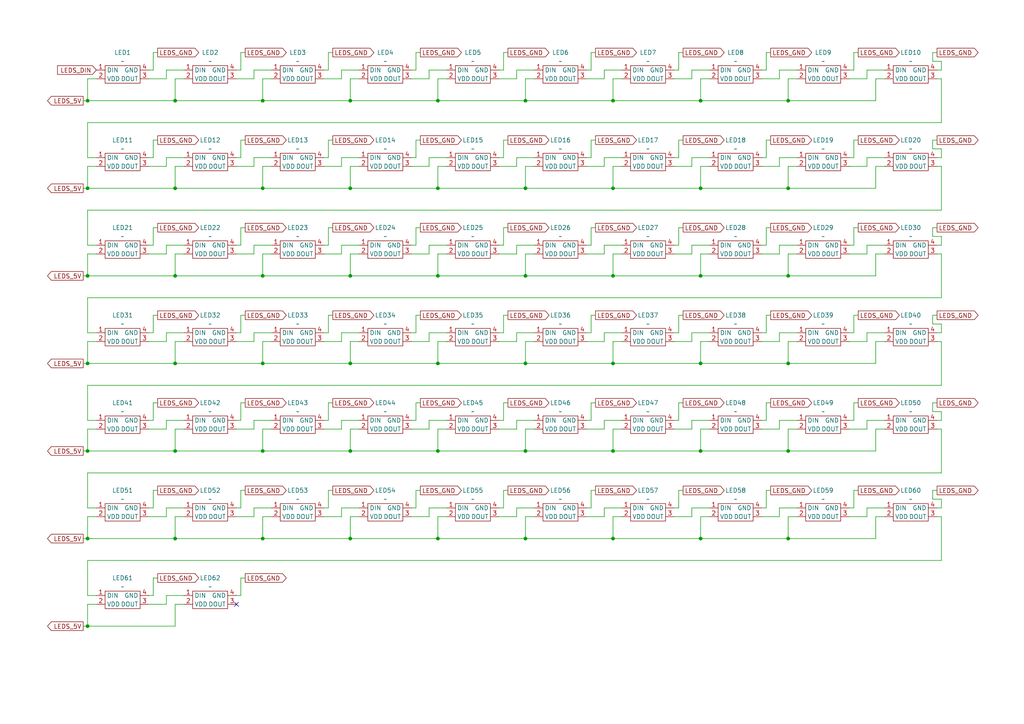
<source format=kicad_sch>
(kicad_sch (version 20231120) (generator "eeschema") (generator_version "8.0")
  (paper "A4")
  (junction (at 152.4 105.41))
  (junction (at 152.4 156.21))
  (junction (at 127 156.21))
  (junction (at 76.2 130.81))
  (junction (at 76.2 105.41))
  (junction (at 76.2 54.61))
  (junction (at 50.8 156.21))
  (junction (at 177.8 105.41))
  (junction (at 101.6 29.21))
  (junction (at 25.4 29.21))
  (junction (at 50.8 80.01))
  (junction (at 127 54.61))
  (junction (at 25.4 130.81))
  (junction (at 25.4 105.41))
  (junction (at 127 130.81))
  (junction (at 76.2 29.21))
  (junction (at 228.6 105.41))
  (junction (at 152.4 54.61))
  (junction (at 203.2 156.21))
  (junction (at 177.8 29.21))
  (junction (at 203.2 80.01))
  (junction (at 177.8 54.61))
  (junction (at 228.6 130.81))
  (junction (at 203.2 29.21))
  (junction (at 203.2 105.41))
  (junction (at 177.8 130.81))
  (junction (at 127 80.01))
  (junction (at 101.6 130.81))
  (junction (at 177.8 80.01))
  (junction (at 127 105.41))
  (junction (at 101.6 156.21))
  (junction (at 101.6 54.61))
  (junction (at 50.8 130.81))
  (junction (at 152.4 80.01))
  (junction (at 152.4 130.81))
  (junction (at 203.2 130.81))
  (junction (at 76.2 80.01))
  (junction (at 228.6 29.21))
  (junction (at 76.2 156.21))
  (junction (at 127 29.21))
  (junction (at 25.4 54.61))
  (junction (at 228.6 156.21))
  (junction (at 25.4 181.61))
  (junction (at 25.4 156.21))
  (junction (at 50.8 105.41))
  (junction (at 50.8 29.21))
  (junction (at 152.4 29.21))
  (junction (at 228.6 80.01))
  (junction (at 203.2 54.61))
  (junction (at 101.6 80.01))
  (junction (at 25.4 80.01))
  (junction (at 177.8 156.21))
  (junction (at 101.6 105.41))
  (junction (at 50.8 54.61))
  (junction (at 228.6 54.61))
  (no_connect (at 68.58 175.26))
  (wire (pts (xy 203.2 22.86) (xy 205.74 22.86)))
  (wire (pts (xy 149.86 20.32) (xy 154.94 20.32)))
  (wire (pts (xy 146.05 40.64) (xy 146.05 45.72)))
  (wire (pts (xy 251.46 147.32) (xy 256.54 147.32)))
  (wire (pts (xy 45.72 142.24) (xy 44.45 142.24)))
  (wire (pts (xy 170.18 149.86) (xy 175.26 149.86)))
  (wire (pts (xy 177.8 54.61) (xy 203.2 54.61)))
  (wire (pts (xy 149.86 73.66) (xy 149.86 71.12)))
  (wire (pts (xy 228.6 48.26) (xy 228.6 54.61)))
  (wire (pts (xy 220.98 48.26) (xy 226.06 48.26)))
  (wire (pts (xy 196.85 71.12) (xy 195.58 71.12)))
  (wire (pts (xy 226.06 22.86) (xy 226.06 20.32)))
  (wire (pts (xy 25.4 86.36) (xy 273.05 86.36)))
  (wire (pts (xy 203.2 29.21) (xy 203.2 22.86)))
  (wire (pts (xy 101.6 80.01) (xy 101.6 73.66)))
  (wire (pts (xy 223.52 91.44) (xy 222.25 91.44)))
  (wire (pts (xy 127 99.06) (xy 129.54 99.06)))
  (wire (pts (xy 203.2 105.41) (xy 203.2 99.06)))
  (wire (pts (xy 27.94 147.32) (xy 25.4 147.32)))
  (wire (pts (xy 124.46 124.46) (xy 124.46 121.92)))
  (wire (pts (xy 146.05 142.24) (xy 146.05 147.32)))
  (wire (pts (xy 270.51 68.58) (xy 273.05 68.58)))
  (wire (pts (xy 198.12 15.24) (xy 196.85 15.24)))
  (wire (pts (xy 223.52 66.04) (xy 222.25 66.04)))
  (wire (pts (xy 175.26 149.86) (xy 175.26 147.32)))
  (wire (pts (xy 246.38 99.06) (xy 251.46 99.06)))
  (wire (pts (xy 146.05 20.32) (xy 144.78 20.32)))
  (wire (pts (xy 273.05 43.18) (xy 273.05 45.72)))
  (wire (pts (xy 196.85 45.72) (xy 195.58 45.72)))
  (wire (pts (xy 73.66 73.66) (xy 73.66 71.12)))
  (wire (pts (xy 69.85 45.72) (xy 68.58 45.72)))
  (wire (pts (xy 203.2 156.21) (xy 228.6 156.21)))
  (wire (pts (xy 144.78 149.86) (xy 149.86 149.86)))
  (wire (pts (xy 146.05 15.24) (xy 146.05 20.32)))
  (wire (pts (xy 25.4 35.56) (xy 273.05 35.56)))
  (wire (pts (xy 48.26 45.72) (xy 53.34 45.72)))
  (wire (pts (xy 127 54.61) (xy 127 48.26)))
  (wire (pts (xy 196.85 116.84) (xy 196.85 121.92)))
  (wire (pts (xy 196.85 91.44) (xy 196.85 96.52)))
  (wire (pts (xy 171.45 71.12) (xy 170.18 71.12)))
  (wire (pts (xy 251.46 73.66) (xy 251.46 71.12)))
  (wire (pts (xy 45.72 116.84) (xy 44.45 116.84)))
  (wire (pts (xy 76.2 149.86) (xy 78.74 149.86)))
  (wire (pts (xy 76.2 130.81) (xy 101.6 130.81)))
  (wire (pts (xy 247.65 121.92) (xy 246.38 121.92)))
  (wire (pts (xy 196.85 40.64) (xy 196.85 45.72)))
  (wire (pts (xy 273.05 111.76) (xy 273.05 99.06)))
  (wire (pts (xy 171.45 40.64) (xy 171.45 45.72)))
  (wire (pts (xy 99.06 99.06) (xy 99.06 96.52)))
  (wire (pts (xy 270.51 119.38) (xy 273.05 119.38)))
  (wire (pts (xy 203.2 156.21) (xy 203.2 149.86)))
  (wire (pts (xy 175.26 22.86) (xy 175.26 20.32)))
  (wire (pts (xy 195.58 124.46) (xy 200.66 124.46)))
  (wire (pts (xy 152.4 149.86) (xy 154.94 149.86)))
  (wire (pts (xy 50.8 130.81) (xy 50.8 124.46)))
  (wire (pts (xy 127 29.21) (xy 152.4 29.21)))
  (wire (pts (xy 50.8 156.21) (xy 76.2 156.21)))
  (wire (pts (xy 95.25 15.24) (xy 95.25 20.32)))
  (wire (pts (xy 147.32 66.04) (xy 146.05 66.04)))
  (wire (pts (xy 226.06 147.32) (xy 231.14 147.32)))
  (wire (pts (xy 124.46 73.66) (xy 124.46 71.12)))
  (wire (pts (xy 27.94 172.72) (xy 25.4 172.72)))
  (wire (pts (xy 99.06 149.86) (xy 99.06 147.32)))
  (wire (pts (xy 152.4 124.46) (xy 154.94 124.46)))
  (wire (pts (xy 73.66 48.26) (xy 73.66 45.72)))
  (wire (pts (xy 73.66 96.52) (xy 78.74 96.52)))
  (wire (pts (xy 76.2 130.81) (xy 76.2 124.46)))
  (wire (pts (xy 254 22.86) (xy 254 29.21)))
  (wire (pts (xy 228.6 73.66) (xy 228.6 80.01)))
  (wire (pts (xy 228.6 124.46) (xy 231.14 124.46)))
  (wire (pts (xy 25.4 54.61) (xy 25.4 48.26)))
  (wire (pts (xy 69.85 121.92) (xy 68.58 121.92)))
  (wire (pts (xy 273.05 73.66) (xy 271.78 73.66)))
  (wire (pts (xy 101.6 29.21) (xy 127 29.21)))
  (wire (pts (xy 48.26 149.86) (xy 48.26 147.32)))
  (wire (pts (xy 146.05 45.72) (xy 144.78 45.72)))
  (wire (pts (xy 171.45 20.32) (xy 170.18 20.32)))
  (wire (pts (xy 226.06 124.46) (xy 226.06 121.92)))
  (wire (pts (xy 226.06 71.12) (xy 231.14 71.12)))
  (wire (pts (xy 147.32 40.64) (xy 146.05 40.64)))
  (wire (pts (xy 25.4 86.36) (xy 25.4 96.52)))
  (wire (pts (xy 222.25 116.84) (xy 222.25 121.92)))
  (wire (pts (xy 247.65 71.12) (xy 246.38 71.12)))
  (wire (pts (xy 25.4 29.21) (xy 25.4 22.86)))
  (wire (pts (xy 96.52 15.24) (xy 95.25 15.24)))
  (wire (pts (xy 270.51 116.84) (xy 270.51 119.38)))
  (wire (pts (xy 76.2 124.46) (xy 78.74 124.46)))
  (wire (pts (xy 247.65 45.72) (xy 246.38 45.72)))
  (wire (pts (xy 198.12 116.84) (xy 196.85 116.84)))
  (wire (pts (xy 247.65 142.24) (xy 247.65 147.32)))
  (wire (pts (xy 270.51 91.44) (xy 270.51 93.98)))
  (wire (pts (xy 248.92 15.24) (xy 247.65 15.24)))
  (wire (pts (xy 226.06 149.86) (xy 226.06 147.32)))
  (wire (pts (xy 222.25 91.44) (xy 222.25 96.52)))
  (wire (pts (xy 152.4 29.21) (xy 177.8 29.21)))
  (wire (pts (xy 121.92 91.44) (xy 120.65 91.44)))
  (wire (pts (xy 120.65 71.12) (xy 119.38 71.12)))
  (wire (pts (xy 43.18 149.86) (xy 48.26 149.86)))
  (wire (pts (xy 127 124.46) (xy 129.54 124.46)))
  (wire (pts (xy 73.66 121.92) (xy 78.74 121.92)))
  (wire (pts (xy 175.26 73.66) (xy 175.26 71.12)))
  (wire (pts (xy 73.66 22.86) (xy 73.66 20.32)))
  (wire (pts (xy 71.12 116.84) (xy 69.85 116.84)))
  (wire (pts (xy 24.13 54.61) (xy 25.4 54.61)))
  (wire (pts (xy 177.8 29.21) (xy 203.2 29.21)))
  (wire (pts (xy 251.46 22.86) (xy 251.46 20.32)))
  (wire (pts (xy 24.13 105.41) (xy 25.4 105.41)))
  (wire (pts (xy 273.05 121.92) (xy 271.78 121.92)))
  (wire (pts (xy 196.85 20.32) (xy 195.58 20.32)))
  (wire (pts (xy 177.8 130.81) (xy 203.2 130.81)))
  (wire (pts (xy 68.58 124.46) (xy 73.66 124.46)))
  (wire (pts (xy 48.26 175.26) (xy 48.26 172.72)))
  (wire (pts (xy 119.38 73.66) (xy 124.46 73.66)))
  (wire (pts (xy 198.12 40.64) (xy 196.85 40.64)))
  (wire (pts (xy 101.6 105.41) (xy 101.6 99.06)))
  (wire (pts (xy 251.46 71.12) (xy 256.54 71.12)))
  (wire (pts (xy 76.2 29.21) (xy 76.2 22.86)))
  (wire (pts (xy 120.65 15.24) (xy 120.65 20.32)))
  (wire (pts (xy 251.46 99.06) (xy 251.46 96.52)))
  (wire (pts (xy 273.05 149.86) (xy 271.78 149.86)))
  (wire (pts (xy 248.92 66.04) (xy 247.65 66.04)))
  (wire (pts (xy 152.4 22.86) (xy 154.94 22.86)))
  (wire (pts (xy 177.8 156.21) (xy 203.2 156.21)))
  (wire (pts (xy 48.26 96.52) (xy 53.34 96.52)))
  (wire (pts (xy 127 80.01) (xy 127 73.66)))
  (wire (pts (xy 200.66 147.32) (xy 205.74 147.32)))
  (wire (pts (xy 73.66 71.12) (xy 78.74 71.12)))
  (wire (pts (xy 198.12 142.24) (xy 196.85 142.24)))
  (wire (pts (xy 93.98 149.86) (xy 99.06 149.86)))
  (wire (pts (xy 228.6 22.86) (xy 228.6 29.21)))
  (wire (pts (xy 273.05 22.86) (xy 271.78 22.86)))
  (wire (pts (xy 200.66 22.86) (xy 200.66 20.32)))
  (wire (pts (xy 127 29.21) (xy 127 22.86)))
  (wire (pts (xy 200.66 99.06) (xy 200.66 96.52)))
  (wire (pts (xy 25.4 137.16) (xy 273.05 137.16)))
  (wire (pts (xy 96.52 91.44) (xy 95.25 91.44)))
  (wire (pts (xy 44.45 91.44) (xy 44.45 96.52)))
  (wire (pts (xy 69.85 71.12) (xy 68.58 71.12)))
  (wire (pts (xy 270.51 93.98) (xy 273.05 93.98)))
  (wire (pts (xy 152.4 54.61) (xy 177.8 54.61)))
  (wire (pts (xy 121.92 66.04) (xy 120.65 66.04)))
  (wire (pts (xy 273.05 45.72) (xy 271.78 45.72)))
  (wire (pts (xy 69.85 172.72) (xy 68.58 172.72)))
  (wire (pts (xy 146.05 96.52) (xy 144.78 96.52)))
  (wire (pts (xy 248.92 40.64) (xy 247.65 40.64)))
  (wire (pts (xy 149.86 71.12) (xy 154.94 71.12)))
  (wire (pts (xy 50.8 48.26) (xy 53.34 48.26)))
  (wire (pts (xy 270.51 66.04) (xy 271.78 66.04)))
  (wire (pts (xy 222.25 40.64) (xy 222.25 45.72)))
  (wire (pts (xy 76.2 29.21) (xy 101.6 29.21)))
  (wire (pts (xy 95.25 91.44) (xy 95.25 96.52)))
  (wire (pts (xy 152.4 54.61) (xy 152.4 48.26)))
  (wire (pts (xy 119.38 48.26) (xy 124.46 48.26)))
  (wire (pts (xy 76.2 156.21) (xy 101.6 156.21)))
  (wire (pts (xy 101.6 156.21) (xy 101.6 149.86)))
  (wire (pts (xy 99.06 45.72) (xy 104.14 45.72)))
  (wire (pts (xy 203.2 130.81) (xy 228.6 130.81)))
  (wire (pts (xy 172.72 116.84) (xy 171.45 116.84)))
  (wire (pts (xy 44.45 147.32) (xy 43.18 147.32)))
  (wire (pts (xy 124.46 20.32) (xy 129.54 20.32)))
  (wire (pts (xy 50.8 149.86) (xy 53.34 149.86)))
  (wire (pts (xy 44.45 45.72) (xy 43.18 45.72)))
  (wire (pts (xy 95.25 121.92) (xy 93.98 121.92)))
  (wire (pts (xy 172.72 15.24) (xy 171.45 15.24)))
  (wire (pts (xy 170.18 22.86) (xy 175.26 22.86)))
  (wire (pts (xy 25.4 162.56) (xy 273.05 162.56)))
  (wire (pts (xy 270.51 142.24) (xy 270.51 144.78)))
  (wire (pts (xy 273.05 96.52) (xy 271.78 96.52)))
  (wire (pts (xy 68.58 48.26) (xy 73.66 48.26)))
  (wire (pts (xy 144.78 73.66) (xy 149.86 73.66)))
  (wire (pts (xy 127 54.61) (xy 152.4 54.61)))
  (wire (pts (xy 196.85 121.92) (xy 195.58 121.92)))
  (wire (pts (xy 247.65 20.32) (xy 246.38 20.32)))
  (wire (pts (xy 69.85 116.84) (xy 69.85 121.92)))
  (wire (pts (xy 246.38 149.86) (xy 251.46 149.86)))
  (wire (pts (xy 25.4 156.21) (xy 25.4 149.86)))
  (wire (pts (xy 50.8 156.21) (xy 50.8 149.86)))
  (wire (pts (xy 101.6 130.81) (xy 101.6 124.46)))
  (wire (pts (xy 124.46 149.86) (xy 124.46 147.32)))
  (wire (pts (xy 220.98 124.46) (xy 226.06 124.46)))
  (wire (pts (xy 45.72 167.64) (xy 44.45 167.64)))
  (wire (pts (xy 50.8 54.61) (xy 76.2 54.61)))
  (wire (pts (xy 25.4 156.21) (xy 50.8 156.21)))
  (wire (pts (xy 152.4 130.81) (xy 177.8 130.81)))
  (wire (pts (xy 254 105.41) (xy 228.6 105.41)))
  (wire (pts (xy 171.45 91.44) (xy 171.45 96.52)))
  (wire (pts (xy 99.06 96.52) (xy 104.14 96.52)))
  (wire (pts (xy 254 156.21) (xy 228.6 156.21)))
  (wire (pts (xy 76.2 48.26) (xy 78.74 48.26)))
  (wire (pts (xy 228.6 48.26) (xy 231.14 48.26)))
  (wire (pts (xy 222.25 15.24) (xy 222.25 20.32)))
  (wire (pts (xy 50.8 29.21) (xy 50.8 22.86)))
  (wire (pts (xy 76.2 105.41) (xy 76.2 99.06)))
  (wire (pts (xy 152.4 73.66) (xy 154.94 73.66)))
  (wire (pts (xy 69.85 167.64) (xy 69.85 172.72)))
  (wire (pts (xy 198.12 91.44) (xy 196.85 91.44)))
  (wire (pts (xy 48.26 99.06) (xy 48.26 96.52)))
  (wire (pts (xy 195.58 149.86) (xy 200.66 149.86)))
  (wire (pts (xy 177.8 149.86) (xy 180.34 149.86)))
  (wire (pts (xy 127 48.26) (xy 129.54 48.26)))
  (wire (pts (xy 152.4 29.21) (xy 152.4 22.86)))
  (wire (pts (xy 172.72 66.04) (xy 171.45 66.04)))
  (wire (pts (xy 246.38 73.66) (xy 251.46 73.66)))
  (wire (pts (xy 195.58 48.26) (xy 200.66 48.26)))
  (wire (pts (xy 270.51 66.04) (xy 270.51 68.58)))
  (wire (pts (xy 177.8 48.26) (xy 180.34 48.26)))
  (wire (pts (xy 45.72 40.64) (xy 44.45 40.64)))
  (wire (pts (xy 25.4 22.86) (xy 27.94 22.86)))
  (wire (pts (xy 170.18 48.26) (xy 175.26 48.26)))
  (wire (pts (xy 254 124.46) (xy 256.54 124.46)))
  (wire (pts (xy 101.6 130.81) (xy 127 130.81)))
  (wire (pts (xy 220.98 99.06) (xy 226.06 99.06)))
  (wire (pts (xy 27.94 45.72) (xy 25.4 45.72)))
  (wire (pts (xy 25.4 181.61) (xy 50.8 181.61)))
  (wire (pts (xy 99.06 22.86) (xy 99.06 20.32)))
  (wire (pts (xy 93.98 99.06) (xy 99.06 99.06)))
  (wire (pts (xy 27.94 121.92) (xy 25.4 121.92)))
  (wire (pts (xy 50.8 105.41) (xy 76.2 105.41)))
  (wire (pts (xy 25.4 73.66) (xy 27.94 73.66)))
  (wire (pts (xy 172.72 40.64) (xy 171.45 40.64)))
  (wire (pts (xy 120.65 121.92) (xy 119.38 121.92)))
  (wire (pts (xy 101.6 80.01) (xy 127 80.01)))
  (wire (pts (xy 48.26 48.26) (xy 48.26 45.72)))
  (wire (pts (xy 254 29.21) (xy 228.6 29.21)))
  (wire (pts (xy 152.4 105.41) (xy 152.4 99.06)))
  (wire (pts (xy 270.51 40.64) (xy 270.51 43.18)))
  (wire (pts (xy 146.05 71.12) (xy 144.78 71.12)))
  (wire (pts (xy 222.25 45.72) (xy 220.98 45.72)))
  (wire (pts (xy 175.26 147.32) (xy 180.34 147.32)))
  (wire (pts (xy 101.6 54.61) (xy 127 54.61)))
  (wire (pts (xy 195.58 99.06) (xy 200.66 99.06)))
  (wire (pts (xy 124.46 48.26) (xy 124.46 45.72)))
  (wire (pts (xy 69.85 15.24) (xy 69.85 20.32)))
  (wire (pts (xy 48.26 147.32) (xy 53.34 147.32)))
  (wire (pts (xy 222.25 66.04) (xy 222.25 71.12)))
  (wire (pts (xy 99.06 124.46) (xy 99.06 121.92)))
  (wire (pts (xy 177.8 22.86) (xy 180.34 22.86)))
  (wire (pts (xy 25.4 99.06) (xy 27.94 99.06)))
  (wire (pts (xy 48.26 172.72) (xy 53.34 172.72)))
  (wire (pts (xy 226.06 73.66) (xy 226.06 71.12)))
  (wire (pts (xy 177.8 124.46) (xy 180.34 124.46)))
  (wire (pts (xy 43.18 124.46) (xy 48.26 124.46)))
  (wire (pts (xy 68.58 149.86) (xy 73.66 149.86)))
  (wire (pts (xy 146.05 147.32) (xy 144.78 147.32)))
  (wire (pts (xy 69.85 147.32) (xy 68.58 147.32)))
  (wire (pts (xy 149.86 96.52) (xy 154.94 96.52)))
  (wire (pts (xy 254 80.01) (xy 228.6 80.01)))
  (wire (pts (xy 246.38 147.32) (xy 247.65 147.32)))
  (wire (pts (xy 127 156.21) (xy 152.4 156.21)))
  (wire (pts (xy 25.4 54.61) (xy 50.8 54.61)))
  (wire (pts (xy 200.66 48.26) (xy 200.66 45.72)))
  (wire (pts (xy 175.26 99.06) (xy 175.26 96.52)))
  (wire (pts (xy 254 48.26) (xy 254 54.61)))
  (wire (pts (xy 270.51 15.24) (xy 270.51 17.78)))
  (wire (pts (xy 69.85 20.32) (xy 68.58 20.32)))
  (wire (pts (xy 203.2 73.66) (xy 205.74 73.66)))
  (wire (pts (xy 69.85 142.24) (xy 69.85 147.32)))
  (wire (pts (xy 251.46 124.46) (xy 251.46 121.92)))
  (wire (pts (xy 152.4 80.01) (xy 177.8 80.01)))
  (wire (pts (xy 99.06 121.92) (xy 104.14 121.92)))
  (wire (pts (xy 124.46 147.32) (xy 129.54 147.32)))
  (wire (pts (xy 71.12 40.64) (xy 69.85 40.64)))
  (wire (pts (xy 101.6 149.86) (xy 104.14 149.86)))
  (wire (pts (xy 147.32 91.44) (xy 146.05 91.44)))
  (wire (pts (xy 200.66 71.12) (xy 205.74 71.12)))
  (wire (pts (xy 101.6 29.21) (xy 101.6 22.86)))
  (wire (pts (xy 127 73.66) (xy 129.54 73.66)))
  (wire (pts (xy 220.98 149.86) (xy 226.06 149.86)))
  (wire (pts (xy 25.4 29.21) (xy 50.8 29.21)))
  (wire (pts (xy 149.86 45.72) (xy 154.94 45.72)))
  (wire (pts (xy 71.12 142.24) (xy 69.85 142.24)))
  (wire (pts (xy 48.26 20.32) (xy 48.26 22.86)))
  (wire (pts (xy 120.65 40.64) (xy 120.65 45.72)))
  (wire (pts (xy 120.65 20.32) (xy 119.38 20.32)))
  (wire (pts (xy 226.06 48.26) (xy 226.06 45.72)))
  (wire (pts (xy 248.92 91.44) (xy 247.65 91.44)))
  (wire (pts (xy 119.38 22.86) (xy 124.46 22.86)))
  (wire (pts (xy 69.85 91.44) (xy 69.85 96.52)))
  (wire (pts (xy 44.45 116.84) (xy 44.45 121.92)))
  (wire (pts (xy 171.45 96.52) (xy 170.18 96.52)))
  (wire (pts (xy 120.65 96.52) (xy 119.38 96.52)))
  (wire (pts (xy 68.58 22.86) (xy 73.66 22.86)))
  (wire (pts (xy 95.25 66.04) (xy 95.25 71.12)))
  (wire (pts (xy 25.4 111.76) (xy 273.05 111.76)))
  (wire (pts (xy 152.4 130.81) (xy 152.4 124.46)))
  (wire (pts (xy 196.85 96.52) (xy 195.58 96.52)))
  (wire (pts (xy 69.85 40.64) (xy 69.85 45.72)))
  (wire (pts (xy 177.8 105.41) (xy 177.8 99.06)))
  (wire (pts (xy 124.46 96.52) (xy 129.54 96.52)))
  (wire (pts (xy 203.2 54.61) (xy 203.2 48.26)))
  (wire (pts (xy 48.26 71.12) (xy 53.34 71.12)))
  (wire (pts (xy 96.52 142.24) (xy 95.25 142.24)))
  (wire (pts (xy 251.46 20.32) (xy 256.54 20.32)))
  (wire (pts (xy 69.85 66.04) (xy 69.85 71.12)))
  (wire (pts (xy 254 99.06) (xy 254 105.41)))
  (wire (pts (xy 203.2 48.26) (xy 205.74 48.26)))
  (wire (pts (xy 71.12 15.24) (xy 69.85 15.24)))
  (wire (pts (xy 200.66 124.46) (xy 200.66 121.92)))
  (wire (pts (xy 76.2 54.61) (xy 101.6 54.61)))
  (wire (pts (xy 127 22.86) (xy 129.54 22.86)))
  (wire (pts (xy 76.2 54.61) (xy 76.2 48.26)))
  (wire (pts (xy 175.26 48.26) (xy 175.26 45.72)))
  (wire (pts (xy 254 99.06) (xy 256.54 99.06)))
  (wire (pts (xy 71.12 91.44) (xy 69.85 91.44)))
  (wire (pts (xy 228.6 99.06) (xy 228.6 105.41)))
  (wire (pts (xy 203.2 29.21) (xy 228.6 29.21)))
  (wire (pts (xy 270.51 43.18) (xy 273.05 43.18)))
  (wire (pts (xy 127 80.01) (xy 152.4 80.01)))
  (wire (pts (xy 273.05 20.32) (xy 271.78 20.32)))
  (wire (pts (xy 50.8 80.01) (xy 76.2 80.01)))
  (wire (pts (xy 172.72 142.24) (xy 171.45 142.24)))
  (wire (pts (xy 203.2 99.06) (xy 205.74 99.06)))
  (wire (pts (xy 120.65 142.24) (xy 120.65 147.32)))
  (wire (pts (xy 73.66 149.86) (xy 73.66 147.32)))
  (wire (pts (xy 223.52 142.24) (xy 222.25 142.24)))
  (wire (pts (xy 124.46 22.86) (xy 124.46 20.32)))
  (wire (pts (xy 53.34 20.32) (xy 48.26 20.32)))
  (wire (pts (xy 96.52 40.64) (xy 95.25 40.64)))
  (wire (pts (xy 200.66 149.86) (xy 200.66 147.32)))
  (wire (pts (xy 152.4 156.21) (xy 177.8 156.21)))
  (wire (pts (xy 124.46 71.12) (xy 129.54 71.12)))
  (wire (pts (xy 48.26 121.92) (xy 53.34 121.92)))
  (wire (pts (xy 270.51 40.64) (xy 271.78 40.64)))
  (wire (pts (xy 95.25 96.52) (xy 93.98 96.52)))
  (wire (pts (xy 177.8 80.01) (xy 177.8 73.66)))
  (wire (pts (xy 270.51 142.24) (xy 271.78 142.24)))
  (wire (pts (xy 220.98 73.66) (xy 226.06 73.66)))
  (wire (pts (xy 50.8 105.41) (xy 50.8 99.06)))
  (wire (pts (xy 96.52 116.84) (xy 95.25 116.84)))
  (wire (pts (xy 273.05 71.12) (xy 271.78 71.12)))
  (wire (pts (xy 273.05 137.16) (xy 273.05 124.46)))
  (wire (pts (xy 121.92 40.64) (xy 120.65 40.64)))
  (wire (pts (xy 45.72 91.44) (xy 44.45 91.44)))
  (wire (pts (xy 175.26 20.32) (xy 180.34 20.32)))
  (wire (pts (xy 228.6 99.06) (xy 231.14 99.06)))
  (wire (pts (xy 127 105.41) (xy 152.4 105.41)))
  (wire (pts (xy 223.52 40.64) (xy 222.25 40.64)))
  (wire (pts (xy 120.65 45.72) (xy 119.38 45.72)))
  (wire (pts (xy 44.45 172.72) (xy 43.18 172.72)))
  (wire (pts (xy 101.6 156.21) (xy 127 156.21)))
  (wire (pts (xy 273.05 119.38) (xy 273.05 121.92)))
  (wire (pts (xy 43.18 175.26) (xy 48.26 175.26)))
  (wire (pts (xy 251.46 48.26) (xy 251.46 45.72)))
  (wire (pts (xy 228.6 73.66) (xy 231.14 73.66)))
  (wire (pts (xy 120.65 147.32) (xy 119.38 147.32)))
  (wire (pts (xy 69.85 96.52) (xy 68.58 96.52)))
  (wire (pts (xy 43.18 99.06) (xy 48.26 99.06)))
  (wire (pts (xy 99.06 73.66) (xy 99.06 71.12)))
  (wire (pts (xy 171.45 15.24) (xy 171.45 20.32)))
  (wire (pts (xy 144.78 99.06) (xy 149.86 99.06)))
  (wire (pts (xy 198.12 66.04) (xy 196.85 66.04)))
  (wire (pts (xy 76.2 73.66) (xy 78.74 73.66)))
  (wire (pts (xy 44.45 142.24) (xy 44.45 147.32)))
  (wire (pts (xy 95.25 142.24) (xy 95.25 147.32)))
  (wire (pts (xy 246.38 124.46) (xy 251.46 124.46)))
  (wire (pts (xy 248.92 116.84) (xy 247.65 116.84)))
  (wire (pts (xy 254 124.46) (xy 254 130.81)))
  (wire (pts (xy 195.58 22.86) (xy 200.66 22.86)))
  (wire (pts (xy 254 48.26) (xy 256.54 48.26)))
  (wire (pts (xy 223.52 15.24) (xy 222.25 15.24)))
  (wire (pts (xy 273.05 93.98) (xy 273.05 96.52)))
  (wire (pts (xy 226.06 121.92) (xy 231.14 121.92)))
  (wire (pts (xy 50.8 22.86) (xy 53.34 22.86)))
  (wire (pts (xy 226.06 99.06) (xy 226.06 96.52)))
  (wire (pts (xy 50.8 181.61) (xy 50.8 175.26)))
  (wire (pts (xy 25.4 105.41) (xy 50.8 105.41)))
  (wire (pts (xy 124.46 99.06) (xy 124.46 96.52)))
  (wire (pts (xy 101.6 54.61) (xy 101.6 48.26)))
  (wire (pts (xy 99.06 20.32) (xy 104.14 20.32)))
  (wire (pts (xy 222.25 147.32) (xy 220.98 147.32)))
  (wire (pts (xy 119.38 99.06) (xy 124.46 99.06)))
  (wire (pts (xy 149.86 149.86) (xy 149.86 147.32)))
  (wire (pts (xy 76.2 80.01) (xy 101.6 80.01)))
  (wire (pts (xy 95.25 71.12) (xy 93.98 71.12)))
  (wire (pts (xy 120.65 66.04) (xy 120.65 71.12)))
  (wire (pts (xy 76.2 105.41) (xy 101.6 105.41)))
  (wire (pts (xy 25.4 48.26) (xy 27.94 48.26)))
  (wire (pts (xy 73.66 20.32) (xy 78.74 20.32)))
  (wire (pts (xy 101.6 22.86) (xy 104.14 22.86)))
  (wire (pts (xy 200.66 73.66) (xy 200.66 71.12)))
  (wire (pts (xy 270.51 144.78) (xy 273.05 144.78)))
  (wire (pts (xy 152.4 156.21) (xy 152.4 149.86)))
  (wire (pts (xy 273.05 86.36) (xy 273.05 73.66)))
  (wire (pts (xy 196.85 66.04) (xy 196.85 71.12)))
  (wire (pts (xy 228.6 22.86) (xy 231.14 22.86)))
  (wire (pts (xy 27.94 96.52) (xy 25.4 96.52)))
  (wire (pts (xy 247.65 96.52) (xy 246.38 96.52)))
  (wire (pts (xy 195.58 73.66) (xy 200.66 73.66)))
  (wire (pts (xy 24.13 80.01) (xy 25.4 80.01)))
  (wire (pts (xy 44.45 71.12) (xy 43.18 71.12)))
  (wire (pts (xy 273.05 144.78) (xy 273.05 147.32)))
  (wire (pts (xy 124.46 45.72) (xy 129.54 45.72)))
  (wire (pts (xy 254 73.66) (xy 256.54 73.66)))
  (wire (pts (xy 73.66 45.72) (xy 78.74 45.72)))
  (wire (pts (xy 222.25 20.32) (xy 220.98 20.32)))
  (wire (pts (xy 127 149.86) (xy 129.54 149.86)))
  (wire (pts (xy 24.13 181.61) (xy 25.4 181.61)))
  (wire (pts (xy 222.25 121.92) (xy 220.98 121.92)))
  (wire (pts (xy 25.4 137.16) (xy 25.4 147.32)))
  (wire (pts (xy 228.6 149.86) (xy 228.6 156.21)))
  (wire (pts (xy 101.6 124.46) (xy 104.14 124.46)))
  (wire (pts (xy 50.8 29.21) (xy 76.2 29.21)))
  (wire (pts (xy 273.05 60.96) (xy 273.05 48.26)))
  (wire (pts (xy 25.4 80.01) (xy 25.4 73.66)))
  (wire (pts (xy 270.51 91.44) (xy 271.78 91.44)))
  (wire (pts (xy 93.98 22.86) (xy 99.06 22.86)))
  (wire (pts (xy 124.46 121.92) (xy 129.54 121.92)))
  (wire (pts (xy 175.26 45.72) (xy 180.34 45.72)))
  (wire (pts (xy 175.26 96.52) (xy 180.34 96.52)))
  (wire (pts (xy 254 149.86) (xy 256.54 149.86)))
  (wire (pts (xy 171.45 142.24) (xy 171.45 147.32)))
  (wire (pts (xy 146.05 116.84) (xy 146.05 121.92)))
  (wire (pts (xy 48.26 73.66) (xy 48.26 71.12)))
  (wire (pts (xy 177.8 99.06) (xy 180.34 99.06)))
  (wire (pts (xy 93.98 124.46) (xy 99.06 124.46)))
  (wire (pts (xy 171.45 66.04) (xy 171.45 71.12)))
  (wire (pts (xy 246.38 22.86) (xy 251.46 22.86)))
  (wire (pts (xy 50.8 73.66) (xy 53.34 73.66)))
  (wire (pts (xy 200.66 45.72) (xy 205.74 45.72)))
  (wire (pts (xy 96.52 66.04) (xy 95.25 66.04)))
  (wire (pts (xy 171.45 147.32) (xy 170.18 147.32)))
  (wire (pts (xy 170.18 124.46) (xy 175.26 124.46)))
  (wire (pts (xy 226.06 96.52) (xy 231.14 96.52)))
  (wire (pts (xy 50.8 54.61) (xy 50.8 48.26)))
  (wire (pts (xy 25.4 60.96) (xy 273.05 60.96)))
  (wire (pts (xy 25.4 111.76) (xy 25.4 121.92)))
  (wire (pts (xy 25.4 130.81) (xy 50.8 130.81)))
  (wire (pts (xy 171.45 116.84) (xy 171.45 121.92)))
  (wire (pts (xy 251.46 149.86) (xy 251.46 147.32)))
  (wire (pts (xy 177.8 80.01) (xy 203.2 80.01)))
  (wire (pts (xy 270.51 15.24) (xy 271.78 15.24)))
  (wire (pts (xy 144.78 124.46) (xy 149.86 124.46)))
  (wire (pts (xy 152.4 105.41) (xy 177.8 105.41)))
  (wire (pts (xy 273.05 48.26) (xy 271.78 48.26)))
  (wire (pts (xy 71.12 66.04) (xy 69.85 66.04)))
  (wire (pts (xy 149.86 99.06) (xy 149.86 96.52)))
  (wire (pts (xy 121.92 116.84) (xy 120.65 116.84)))
  (wire (pts (xy 24.13 29.21) (xy 25.4 29.21)))
  (wire (pts (xy 273.05 17.78) (xy 273.05 20.32)))
  (wire (pts (xy 222.25 71.12) (xy 220.98 71.12)))
  (wire (pts (xy 203.2 149.86) (xy 205.74 149.86)))
  (wire (pts (xy 146.05 91.44) (xy 146.05 96.52)))
  (wire (pts (xy 101.6 105.41) (xy 127 105.41)))
  (wire (pts (xy 76.2 80.01) (xy 76.2 73.66)))
  (wire (pts (xy 127 105.41) (xy 127 99.06)))
  (wire (pts (xy 44.45 66.04) (xy 44.45 71.12)))
  (wire (pts (xy 144.78 48.26) (xy 149.86 48.26)))
  (wire (pts (xy 149.86 22.86) (xy 149.86 20.32)))
  (wire (pts (xy 93.98 48.26) (xy 99.06 48.26)))
  (wire (pts (xy 120.65 91.44) (xy 120.65 96.52)))
  (wire (pts (xy 25.4 35.56) (xy 25.4 45.72)))
  (wire (pts (xy 177.8 105.41) (xy 203.2 105.41)))
  (wire (pts (xy 149.86 147.32) (xy 154.94 147.32)))
  (wire (pts (xy 175.26 121.92) (xy 180.34 121.92)))
  (wire (pts (xy 127 130.81) (xy 152.4 130.81)))
  (wire (pts (xy 228.6 124.46) (xy 228.6 130.81)))
  (wire (pts (xy 50.8 99.06) (xy 53.34 99.06)))
  (wire (pts (xy 203.2 54.61) (xy 228.6 54.61)))
  (wire (pts (xy 48.26 124.46) (xy 48.26 121.92)))
  (wire (pts (xy 273.05 99.06) (xy 271.78 99.06)))
  (wire (pts (xy 251.46 96.52) (xy 256.54 96.52)))
  (wire (pts (xy 73.66 124.46) (xy 73.66 121.92)))
  (wire (pts (xy 273.05 35.56) (xy 273.05 22.86)))
  (wire (pts (xy 177.8 156.21) (xy 177.8 149.86)))
  (wire (pts (xy 200.66 121.92) (xy 205.74 121.92)))
  (wire (pts (xy 149.86 48.26) (xy 149.86 45.72)))
  (wire (pts (xy 226.06 20.32) (xy 231.14 20.32)))
  (wire (pts (xy 254 130.81) (xy 228.6 130.81)))
  (wire (pts (xy 200.66 96.52) (xy 205.74 96.52)))
  (wire (pts (xy 44.45 20.32) (xy 43.18 20.32)))
  (wire (pts (xy 25.4 80.01) (xy 50.8 80.01)))
  (wire (pts (xy 177.8 54.61) (xy 177.8 48.26)))
  (wire (pts (xy 270.51 116.84) (xy 271.78 116.84)))
  (wire (pts (xy 44.45 167.64) (xy 44.45 172.72)))
  (wire (pts (xy 50.8 124.46) (xy 53.34 124.46)))
  (wire (pts (xy 246.38 48.26) (xy 251.46 48.26)))
  (wire (pts (xy 76.2 99.06) (xy 78.74 99.06)))
  (wire (pts (xy 203.2 80.01) (xy 203.2 73.66)))
  (wire (pts (xy 95.25 45.72) (xy 93.98 45.72)))
  (wire (pts (xy 247.65 91.44) (xy 247.65 96.52)))
  (wire (pts (xy 48.26 22.86) (xy 43.18 22.86)))
  (wire (pts (xy 43.18 73.66) (xy 48.26 73.66)))
  (wire (pts (xy 44.45 15.24) (xy 44.45 20.32)))
  (wire (pts (xy 171.45 45.72) (xy 170.18 45.72)))
  (wire (pts (xy 175.26 124.46) (xy 175.26 121.92)))
  (wire (pts (xy 273.05 147.32) (xy 271.78 147.32)))
  (wire (pts (xy 99.06 48.26) (xy 99.06 45.72)))
  (wire (pts (xy 222.25 142.24) (xy 222.25 147.32)))
  (wire (pts (xy 144.78 22.86) (xy 149.86 22.86)))
  (wire (pts (xy 146.05 121.92) (xy 144.78 121.92)))
  (wire (pts (xy 196.85 147.32) (xy 195.58 147.32)))
  (wire (pts (xy 95.25 147.32) (xy 93.98 147.32)))
  (wire (pts (xy 71.12 167.64) (xy 69.85 167.64)))
  (wire (pts (xy 220.98 22.86) (xy 226.06 22.86)))
  (wire (pts (xy 228.6 149.86) (xy 231.14 149.86)))
  (wire (pts (xy 254 22.86) (xy 256.54 22.86)))
  (wire (pts (xy 25.4 60.96) (xy 25.4 71.12)))
  (wire (pts (xy 127 156.21) (xy 127 149.86)))
  (wire (pts (xy 247.65 66.04) (xy 247.65 71.12)))
  (wire (pts (xy 73.66 99.06) (xy 73.66 96.52)))
  (wire (pts (xy 101.6 48.26) (xy 104.14 48.26)))
  (wire (pts (xy 177.8 29.21) (xy 177.8 22.86)))
  (wire (pts (xy 222.25 96.52) (xy 220.98 96.52)))
  (wire (pts (xy 226.06 45.72) (xy 231.14 45.72)))
  (wire (pts (xy 273.05 68.58) (xy 273.05 71.12)))
  (wire (pts (xy 175.26 71.12) (xy 180.34 71.12)))
  (wire (pts (xy 247.65 116.84) (xy 247.65 121.92)))
  (wire (pts (xy 254 54.61) (xy 228.6 54.61)))
  (wire (pts (xy 203.2 124.46) (xy 205.74 124.46)))
  (wire (pts (xy 95.25 40.64) (xy 95.25 45.72)))
  (wire (pts (xy 152.4 48.26) (xy 154.94 48.26)))
  (wire (pts (xy 149.86 124.46) (xy 149.86 121.92)))
  (wire (pts (xy 93.98 73.66) (xy 99.06 73.66)))
  (wire (pts (xy 177.8 73.66) (xy 180.34 73.66)))
  (wire (pts (xy 170.18 73.66) (xy 175.26 73.66)))
  (wire (pts (xy 146.05 66.04) (xy 146.05 71.12)))
  (wire (pts (xy 127 130.81) (xy 127 124.46)))
  (wire (pts (xy 25.4 124.46) (xy 27.94 124.46)))
  (wire (pts (xy 152.4 99.06) (xy 154.94 99.06)))
  (wire (pts (xy 177.8 130.81) (xy 177.8 124.46)))
  (wire (pts (xy 152.4 80.01) (xy 152.4 73.66)))
  (wire (pts (xy 147.32 15.24) (xy 146.05 15.24)))
  (wire (pts (xy 120.65 116.84) (xy 120.65 121.92)))
  (wire (pts (xy 147.32 116.84) (xy 146.05 116.84)))
  (wire (pts (xy 25.4 175.26) (xy 27.94 175.26)))
  (wire (pts (xy 121.92 15.24) (xy 120.65 15.24)))
  (wire (pts (xy 68.58 99.06) (xy 73.66 99.06)))
  (wire (pts (xy 251.46 45.72) (xy 256.54 45.72)))
  (wire (pts (xy 43.18 48.26) (xy 48.26 48.26)))
  (wire (pts (xy 50.8 130.81) (xy 76.2 130.81)))
  (wire (pts (xy 170.18 99.06) (xy 175.26 99.06)))
  (wire (pts (xy 203.2 130.81) (xy 203.2 124.46)))
  (wire (pts (xy 25.4 181.61) (xy 25.4 175.26)))
  (wire (pts (xy 196.85 142.24) (xy 196.85 147.32)))
  (wire (pts (xy 99.06 71.12) (xy 104.14 71.12)))
  (wire (pts (xy 25.4 149.86) (xy 27.94 149.86)))
  (wire (pts (xy 50.8 80.01) (xy 50.8 73.66)))
  (wire (pts (xy 247.65 40.64) (xy 247.65 45.72)))
  (wire (pts (xy 147.32 142.24) (xy 146.05 142.24)))
  (wire (pts (xy 270.51 17.78) (xy 273.05 17.78)))
  (wire (pts (xy 247.65 15.24) (xy 247.65 20.32)))
  (wire (pts (xy 76.2 156.21) (xy 76.2 149.86)))
  (wire (pts (xy 149.86 121.92) (xy 154.94 121.92)))
  (wire (pts (xy 44.45 121.92) (xy 43.18 121.92)))
  (wire (pts (xy 24.13 156.21) (xy 25.4 156.21)))
  (wire (pts (xy 273.05 124.46) (xy 271.78 124.46)))
  (wire (pts (xy 25.4 162.56) (xy 25.4 172.72)))
  (wire (pts (xy 68.58 73.66) (xy 73.66 73.66)))
  (wire (pts (xy 27.94 71.12) (xy 25.4 71.12)))
  (wire (pts (xy 248.92 142.24) (xy 247.65 142.24)))
  (wire (pts (xy 223.52 116.84) (xy 222.25 116.84)))
  (wire (pts (xy 121.92 142.24) (xy 120.65 142.24)))
  (wire (pts (xy 119.38 149.86) (xy 124.46 149.86)))
  (wire (pts (xy 200.66 20.32) (xy 205.74 20.32)))
  (wire (pts (xy 99.06 147.32) (xy 104.14 147.32)))
  (wire (pts (xy 95.25 20.32) (xy 93.98 20.32)))
  (wire (pts (xy 196.85 15.24) (xy 196.85 20.32)))
  (wire (pts (xy 73.66 147.32) (xy 78.74 147.32)))
  (wire (pts (xy 45.72 66.04) (xy 44.45 66.04)))
  (wire (pts (xy 171.45 121.92) (xy 170.18 121.92)))
  (wire (pts (xy 25.4 130.81) (xy 25.4 124.46)))
  (wire (pts (xy 203.2 80.01) (xy 228.6 80.01)))
  (wire (pts (xy 24.13 130.81) (xy 25.4 130.81)))
  (wire (pts (xy 101.6 99.06) (xy 104.14 99.06)))
  (wire (pts (xy 203.2 105.41) (xy 228.6 105.41)))
  (wire (pts (xy 76.2 22.86) (xy 78.74 22.86)))
  (wire (pts (xy 44.45 40.64) (xy 44.45 45.72)))
  (wire (pts (xy 101.6 73.66) (xy 104.14 73.66)))
  (wire (pts (xy 254 73.66) (xy 254 80.01)))
  (wire (pts (xy 254 149.86) (xy 254 156.21)))
  (wire (pts (xy 251.46 121.92) (xy 256.54 121.92)))
  (wire (pts (xy 50.8 175.26) (xy 53.34 175.26)))
  (wire (pts (xy 119.38 124.46) (xy 124.46 124.46)))
  (wire (pts (xy 172.72 91.44) (xy 171.45 91.44)))
  (wire (pts (xy 273.05 162.56) (xy 273.05 149.86)))
  (wire (pts (xy 95.25 116.84) (xy 95.25 121.92)))
  (wire (pts (xy 45.72 15.24) (xy 44.45 15.24)))
  (wire (pts (xy 44.45 96.52) (xy 43.18 96.52)))
  (wire (pts (xy 25.4 105.41) (xy 25.4 99.06)))
  (global_label "LEDS_GND" (shape output) (at 45.72 142.24 0) (property "Intersheetrefs" "${INTERSHEET_REFS}" (effects (hide yes))))
  (global_label "LEDS_5V" (shape output) (at 24.13 181.61 180) (property "Intersheetrefs" "${INTERSHEET_REFS}" (effects (hide yes))))
  (global_label "LEDS_GND" (shape output) (at 223.52 142.24 0) (property "Intersheetrefs" "${INTERSHEET_REFS}" (effects (hide yes))))
  (global_label "LEDS_GND" (shape output) (at 248.92 91.44 0) (property "Intersheetrefs" "${INTERSHEET_REFS}" (effects (hide yes))))
  (global_label "LEDS_GND" (shape output) (at 121.92 116.84 0) (property "Intersheetrefs" "${INTERSHEET_REFS}" (effects (hide yes))))
  (global_label "LEDS_GND" (shape output) (at 96.52 91.44 0) (property "Intersheetrefs" "${INTERSHEET_REFS}" (effects (hide yes))))
  (global_label "LEDS_GND" (shape output) (at 71.12 15.24 0) (property "Intersheetrefs" "${INTERSHEET_REFS}" (effects (hide yes))))
  (global_label "LEDS_GND" (shape output) (at 71.12 66.04 0) (property "Intersheetrefs" "${INTERSHEET_REFS}" (effects (hide yes))))
  (global_label "LEDS_GND" (shape output) (at 147.32 91.44 0) (property "Intersheetrefs" "${INTERSHEET_REFS}" (effects (hide yes))))
  (global_label "LEDS_GND" (shape output) (at 223.52 15.24 0) (property "Intersheetrefs" "${INTERSHEET_REFS}" (effects (hide yes))))
  (global_label "LEDS_GND" (shape output) (at 223.52 116.84 0) (property "Intersheetrefs" "${INTERSHEET_REFS}" (effects (hide yes))))
  (global_label "LEDS_GND" (shape output) (at 172.72 15.24 0) (property "Intersheetrefs" "${INTERSHEET_REFS}" (effects (hide yes))))
  (global_label "LEDS_GND" (shape output) (at 96.52 15.24 0) (property "Intersheetrefs" "${INTERSHEET_REFS}" (effects (hide yes))))
  (global_label "LEDS_GND" (shape output) (at 45.72 15.24 0) (property "Intersheetrefs" "${INTERSHEET_REFS}" (effects (hide yes))))
  (global_label "LEDS_GND" (shape output) (at 96.52 142.24 0) (property "Intersheetrefs" "${INTERSHEET_REFS}" (effects (hide yes))))
  (global_label "LEDS_5V" (shape output) (at 24.13 156.21 180) (property "Intersheetrefs" "${INTERSHEET_REFS}" (effects (hide yes))))
  (global_label "LEDS_GND" (shape output) (at 198.12 40.64 0) (property "Intersheetrefs" "${INTERSHEET_REFS}" (effects (hide yes))))
  (global_label "LEDS_GND" (shape output) (at 71.12 116.84 0) (property "Intersheetrefs" "${INTERSHEET_REFS}" (effects (hide yes))))
  (global_label "LEDS_GND" (shape output) (at 271.78 91.44 0) (property "Intersheetrefs" "${INTERSHEET_REFS}" (effects (hide yes))))
  (global_label "LEDS_GND" (shape output) (at 172.72 116.84 0) (property "Intersheetrefs" "${INTERSHEET_REFS}" (effects (hide yes))))
  (global_label "LEDS_GND" (shape output) (at 71.12 167.64 0) (property "Intersheetrefs" "${INTERSHEET_REFS}" (effects (hide yes))))
  (global_label "LEDS_DIN" (shape input) (at 27.94 20.32 180) (property "Intersheetrefs" "${INTERSHEET_REFS}" (effects (hide yes))))
  (global_label "LEDS_GND" (shape output) (at 121.92 142.24 0) (property "Intersheetrefs" "${INTERSHEET_REFS}" (effects (hide yes))))
  (global_label "LEDS_GND" (shape output) (at 147.32 40.64 0) (property "Intersheetrefs" "${INTERSHEET_REFS}" (effects (hide yes))))
  (global_label "LEDS_5V" (shape output) (at 24.13 105.41 180) (property "Intersheetrefs" "${INTERSHEET_REFS}" (effects (hide yes))))
  (global_label "LEDS_GND" (shape output) (at 121.92 91.44 0) (property "Intersheetrefs" "${INTERSHEET_REFS}" (effects (hide yes))))
  (global_label "LEDS_GND" (shape output) (at 271.78 15.24 0) (property "Intersheetrefs" "${INTERSHEET_REFS}" (effects (hide yes))))
  (global_label "LEDS_GND" (shape output) (at 172.72 40.64 0) (property "Intersheetrefs" "${INTERSHEET_REFS}" (effects (hide yes))))
  (global_label "LEDS_5V" (shape output) (at 24.13 29.21 180) (property "Intersheetrefs" "${INTERSHEET_REFS}" (effects (hide yes))))
  (global_label "LEDS_GND" (shape output) (at 121.92 66.04 0) (property "Intersheetrefs" "${INTERSHEET_REFS}" (effects (hide yes))))
  (global_label "LEDS_GND" (shape output) (at 248.92 40.64 0) (property "Intersheetrefs" "${INTERSHEET_REFS}" (effects (hide yes))))
  (global_label "LEDS_GND" (shape output) (at 198.12 91.44 0) (property "Intersheetrefs" "${INTERSHEET_REFS}" (effects (hide yes))))
  (global_label "LEDS_GND" (shape output) (at 248.92 66.04 0) (property "Intersheetrefs" "${INTERSHEET_REFS}" (effects (hide yes))))
  (global_label "LEDS_5V" (shape output) (at 24.13 54.61 180) (property "Intersheetrefs" "${INTERSHEET_REFS}" (effects (hide yes))))
  (global_label "LEDS_GND" (shape output) (at 271.78 66.04 0) (property "Intersheetrefs" "${INTERSHEET_REFS}" (effects (hide yes))))
  (global_label "LEDS_GND" (shape output) (at 223.52 91.44 0) (property "Intersheetrefs" "${INTERSHEET_REFS}" (effects (hide yes))))
  (global_label "LEDS_GND" (shape output) (at 45.72 91.44 0) (property "Intersheetrefs" "${INTERSHEET_REFS}" (effects (hide yes))))
  (global_label "LEDS_GND" (shape output) (at 172.72 66.04 0) (property "Intersheetrefs" "${INTERSHEET_REFS}" (effects (hide yes))))
  (global_label "LEDS_GND" (shape output) (at 71.12 40.64 0) (property "Intersheetrefs" "${INTERSHEET_REFS}" (effects (hide yes))))
  (global_label "LEDS_GND" (shape output) (at 96.52 66.04 0) (property "Intersheetrefs" "${INTERSHEET_REFS}" (effects (hide yes))))
  (global_label "LEDS_GND" (shape output) (at 172.72 91.44 0) (property "Intersheetrefs" "${INTERSHEET_REFS}" (effects (hide yes))))
  (global_label "LEDS_GND" (shape output) (at 45.72 167.64 0) (property "Intersheetrefs" "${INTERSHEET_REFS}" (effects (hide yes))))
  (global_label "LEDS_GND" (shape output) (at 248.92 116.84 0) (property "Intersheetrefs" "${INTERSHEET_REFS}" (effects (hide yes))))
  (global_label "LEDS_GND" (shape output) (at 248.92 142.24 0) (property "Intersheetrefs" "${INTERSHEET_REFS}" (effects (hide yes))))
  (global_label "LEDS_GND" (shape output) (at 71.12 91.44 0) (property "Intersheetrefs" "${INTERSHEET_REFS}" (effects (hide yes))))
  (global_label "LEDS_5V" (shape output) (at 24.13 80.01 180) (property "Intersheetrefs" "${INTERSHEET_REFS}" (effects (hide yes))))
  (global_label "LEDS_GND" (shape output) (at 248.92 15.24 0) (property "Intersheetrefs" "${INTERSHEET_REFS}" (effects (hide yes))))
  (global_label "LEDS_GND" (shape output) (at 271.78 40.64 0) (property "Intersheetrefs" "${INTERSHEET_REFS}" (effects (hide yes))))
  (global_label "LEDS_GND" (shape output) (at 71.12 142.24 0) (property "Intersheetrefs" "${INTERSHEET_REFS}" (effects (hide yes))))
  (global_label "LEDS_GND" (shape output) (at 147.32 116.84 0) (property "Intersheetrefs" "${INTERSHEET_REFS}" (effects (hide yes))))
  (global_label "LEDS_GND" (shape output) (at 45.72 40.64 0) (property "Intersheetrefs" "${INTERSHEET_REFS}" (effects (hide yes))))
  (global_label "LEDS_GND" (shape output) (at 198.12 142.24 0) (property "Intersheetrefs" "${INTERSHEET_REFS}" (effects (hide yes))))
  (global_label "LEDS_GND" (shape output) (at 198.12 116.84 0) (property "Intersheetrefs" "${INTERSHEET_REFS}" (effects (hide yes))))
  (global_label "LEDS_GND" (shape output) (at 198.12 15.24 0) (property "Intersheetrefs" "${INTERSHEET_REFS}" (effects (hide yes))))
  (global_label "LEDS_GND" (shape output) (at 45.72 66.04 0) (property "Intersheetrefs" "${INTERSHEET_REFS}" (effects (hide yes))))
  (global_label "LEDS_GND" (shape output) (at 147.32 66.04 0) (property "Intersheetrefs" "${INTERSHEET_REFS}" (effects (hide yes))))
  (global_label "LEDS_GND" (shape output) (at 271.78 142.24 0) (property "Intersheetrefs" "${INTERSHEET_REFS}" (effects (hide yes))))
  (global_label "LEDS_GND" (shape output) (at 121.92 40.64 0) (property "Intersheetrefs" "${INTERSHEET_REFS}" (effects (hide yes))))
  (global_label "LEDS_GND" (shape output) (at 172.72 142.24 0) (property "Intersheetrefs" "${INTERSHEET_REFS}" (effects (hide yes))))
  (global_label "LEDS_GND" (shape output) (at 121.92 15.24 0) (property "Intersheetrefs" "${INTERSHEET_REFS}" (effects (hide yes))))
  (global_label "LEDS_GND" (shape output) (at 147.32 142.24 0) (property "Intersheetrefs" "${INTERSHEET_REFS}" (effects (hide yes))))
  (global_label "LEDS_GND" (shape output) (at 223.52 40.64 0) (property "Intersheetrefs" "${INTERSHEET_REFS}" (effects (hide yes))))
  (global_label "LEDS_5V" (shape output) (at 24.13 130.81 180) (property "Intersheetrefs" "${INTERSHEET_REFS}" (effects (hide yes))))
  (global_label "LEDS_GND" (shape output) (at 96.52 40.64 0) (property "Intersheetrefs" "${INTERSHEET_REFS}" (effects (hide yes))))
  (global_label "LEDS_GND" (shape output) (at 96.52 116.84 0) (property "Intersheetrefs" "${INTERSHEET_REFS}" (effects (hide yes))))
  (global_label "LEDS_GND" (shape output) (at 198.12 66.04 0) (property "Intersheetrefs" "${INTERSHEET_REFS}" (effects (hide yes))))
  (global_label "LEDS_GND" (shape output) (at 45.72 116.84 0) (property "Intersheetrefs" "${INTERSHEET_REFS}" (effects (hide yes))))
  (global_label "LEDS_GND" (shape output) (at 147.32 15.24 0) (property "Intersheetrefs" "${INTERSHEET_REFS}" (effects (hide yes))))
  (global_label "LEDS_GND" (shape output) (at 271.78 116.84 0) (property "Intersheetrefs" "${INTERSHEET_REFS}" (effects (hide yes))))
  (global_label "LEDS_GND" (shape output) (at 223.52 66.04 0) (property "Intersheetrefs" "${INTERSHEET_REFS}" (effects (hide yes))))
  (symbol (lib_id "led-glasses:SK6812MINI-012") (at 60.96 46.99 0) (unit 1)
    (property "Reference" "LED12" (at 60.96 40.64 0))
    (property "Value" "~" (at 60.96 43.18 0))
    (property "Footprint" "led-glasses-custom:LED-SMD_4P-L3.7-W3.5-P1.75-BR-SK6812MINI" (effects (hide yes)))
  )
  (symbol (lib_id "led-glasses:SK6812MINI-012") (at 111.76 21.59 0) (unit 1)
    (property "Reference" "LED4" (at 111.76 15.24 0))
    (property "Value" "~" (at 111.76 17.78 0))
    (property "Footprint" "led-glasses-custom:LED-SMD_4P-L3.7-W3.5-P1.75-BR-SK6812MINI" (effects (hide yes)))
  )
  (symbol (lib_id "led-glasses:SK6812MINI-012") (at 238.76 97.79 0) (unit 1)
    (property "Reference" "LED39" (at 238.76 91.44 0))
    (property "Value" "~" (at 238.76 93.98 0))
    (property "Footprint" "led-glasses-custom:LED-SMD_4P-L3.7-W3.5-P1.75-BR-SK6812MINI" (effects (hide yes)))
  )
  (symbol (lib_id "led-glasses:SK6812MINI-012") (at 264.16 97.79 0) (unit 1)
    (property "Reference" "LED40" (at 264.16 91.44 0))
    (property "Value" "~" (at 264.16 93.98 0))
    (property "Footprint" "led-glasses-custom:LED-SMD_4P-L3.7-W3.5-P1.75-BR-SK6812MINI" (effects (hide yes)))
  )
  (symbol (lib_id "led-glasses:SK6812MINI-012") (at 238.76 123.19 0) (unit 1)
    (property "Reference" "LED49" (at 238.76 116.84 0))
    (property "Value" "~" (at 238.76 119.38 0))
    (property "Footprint" "led-glasses-custom:LED-SMD_4P-L3.7-W3.5-P1.75-BR-SK6812MINI" (effects (hide yes)))
  )
  (symbol (lib_id "led-glasses:SK6812MINI-012") (at 86.36 21.59 0) (unit 1)
    (property "Reference" "LED3" (at 86.36 15.24 0))
    (property "Value" "~" (at 86.36 17.78 0))
    (property "Footprint" "led-glasses-custom:LED-SMD_4P-L3.7-W3.5-P1.75-BR-SK6812MINI" (effects (hide yes)))
  )
  (symbol (lib_id "led-glasses:SK6812MINI-012") (at 60.96 97.79 0) (unit 1)
    (property "Reference" "LED32" (at 60.96 91.44 0))
    (property "Value" "~" (at 60.96 93.98 0))
    (property "Footprint" "led-glasses-custom:LED-SMD_4P-L3.7-W3.5-P1.75-BR-SK6812MINI" (effects (hide yes)))
  )
  (symbol (lib_id "led-glasses:SK6812MINI-012") (at 187.96 97.79 0) (unit 1)
    (property "Reference" "LED37" (at 187.96 91.44 0))
    (property "Value" "~" (at 187.96 93.98 0))
    (property "Footprint" "led-glasses-custom:LED-SMD_4P-L3.7-W3.5-P1.75-BR-SK6812MINI" (effects (hide yes)))
  )
  (symbol (lib_id "led-glasses:SK6812MINI-012") (at 264.16 21.59 0) (unit 1)
    (property "Reference" "LED10" (at 264.16 15.24 0))
    (property "Value" "~" (at 264.16 17.78 0))
    (property "Footprint" "led-glasses-custom:LED-SMD_4P-L3.7-W3.5-P1.75-BR-SK6812MINI" (effects (hide yes)))
  )
  (symbol (lib_id "led-glasses:SK6812MINI-012") (at 238.76 21.59 0) (unit 1)
    (property "Reference" "LED9" (at 238.76 15.24 0))
    (property "Value" "~" (at 238.76 17.78 0))
    (property "Footprint" "led-glasses-custom:LED-SMD_4P-L3.7-W3.5-P1.75-BR-SK6812MINI" (effects (hide yes)))
  )
  (symbol (lib_id "led-glasses:SK6812MINI-012") (at 213.36 21.59 0) (unit 1)
    (property "Reference" "LED8" (at 213.36 15.24 0))
    (property "Value" "~" (at 213.36 17.78 0))
    (property "Footprint" "led-glasses-custom:LED-SMD_4P-L3.7-W3.5-P1.75-BR-SK6812MINI" (effects (hide yes)))
  )
  (symbol (lib_id "led-glasses:SK6812MINI-012") (at 162.56 21.59 0) (unit 1)
    (property "Reference" "LED6" (at 162.56 15.24 0))
    (property "Value" "~" (at 162.56 17.78 0))
    (property "Footprint" "led-glasses-custom:LED-SMD_4P-L3.7-W3.5-P1.75-BR-SK6812MINI" (effects (hide yes)))
  )
  (symbol (lib_id "led-glasses:SK6812MINI-012") (at 86.36 46.99 0) (unit 1)
    (property "Reference" "LED13" (at 86.36 40.64 0))
    (property "Value" "~" (at 86.36 43.18 0))
    (property "Footprint" "led-glasses-custom:LED-SMD_4P-L3.7-W3.5-P1.75-BR-SK6812MINI" (effects (hide yes)))
  )
  (symbol (lib_id "led-glasses:SK6812MINI-012") (at 60.96 123.19 0) (unit 1)
    (property "Reference" "LED42" (at 60.96 116.84 0))
    (property "Value" "~" (at 60.96 119.38 0))
    (property "Footprint" "led-glasses-custom:LED-SMD_4P-L3.7-W3.5-P1.75-BR-SK6812MINI" (effects (hide yes)))
  )
  (symbol (lib_id "led-glasses:SK6812MINI-012") (at 238.76 72.39 0) (unit 1)
    (property "Reference" "LED29" (at 238.76 66.04 0))
    (property "Value" "~" (at 238.76 68.58 0))
    (property "Footprint" "led-glasses-custom:LED-SMD_4P-L3.7-W3.5-P1.75-BR-SK6812MINI" (effects (hide yes)))
  )
  (symbol (lib_id "led-glasses:SK6812MINI-012") (at 238.76 46.99 0) (unit 1)
    (property "Reference" "LED19" (at 238.76 40.64 0))
    (property "Value" "~" (at 238.76 43.18 0))
    (property "Footprint" "led-glasses-custom:LED-SMD_4P-L3.7-W3.5-P1.75-BR-SK6812MINI" (effects (hide yes)))
  )
  (symbol (lib_id "led-glasses:SK6812MINI-012") (at 162.56 46.99 0) (unit 1)
    (property "Reference" "LED16" (at 162.56 40.64 0))
    (property "Value" "~" (at 162.56 43.18 0))
    (property "Footprint" "led-glasses-custom:LED-SMD_4P-L3.7-W3.5-P1.75-BR-SK6812MINI" (effects (hide yes)))
  )
  (symbol (lib_id "led-glasses:SK6812MINI-012") (at 137.16 123.19 0) (unit 1)
    (property "Reference" "LED45" (at 137.16 116.84 0))
    (property "Value" "~" (at 137.16 119.38 0))
    (property "Footprint" "led-glasses-custom:LED-SMD_4P-L3.7-W3.5-P1.75-BR-SK6812MINI" (effects (hide yes)))
  )
  (symbol (lib_id "led-glasses:SK6812MINI-012") (at 162.56 148.59 0) (unit 1)
    (property "Reference" "LED56" (at 162.56 142.24 0))
    (property "Value" "~" (at 162.56 144.78 0))
    (property "Footprint" "led-glasses-custom:LED-SMD_4P-L3.7-W3.5-P1.75-BR-SK6812MINI" (effects (hide yes)))
  )
  (symbol (lib_id "led-glasses:SK6812MINI-012") (at 60.96 173.99 0) (unit 1)
    (property "Reference" "LED62" (at 60.96 167.64 0))
    (property "Value" "~" (at 60.96 170.18 0))
    (property "Footprint" "led-glasses-custom:LED-SMD_4P-L3.7-W3.5-P1.75-BR-SK6812MINI" (effects (hide yes)))
  )
  (symbol (lib_id "led-glasses:SK6812MINI-012") (at 35.56 173.99 0) (unit 1)
    (property "Reference" "LED61" (at 35.56 167.64 0))
    (property "Value" "~" (at 35.56 170.18 0))
    (property "Footprint" "led-glasses-custom:LED-SMD_4P-L3.7-W3.5-P1.75-BR-SK6812MINI" (effects (hide yes)))
  )
  (symbol (lib_id "led-glasses:SK6812MINI-012") (at 35.56 97.79 0) (unit 1)
    (property "Reference" "LED31" (at 35.56 91.44 0))
    (property "Value" "~" (at 35.56 93.98 0))
    (property "Footprint" "led-glasses-custom:LED-SMD_4P-L3.7-W3.5-P1.75-BR-SK6812MINI" (effects (hide yes)))
  )
  (symbol (lib_id "led-glasses:SK6812MINI-012") (at 213.36 46.99 0) (unit 1)
    (property "Reference" "LED18" (at 213.36 40.64 0))
    (property "Value" "~" (at 213.36 43.18 0))
    (property "Footprint" "led-glasses-custom:LED-SMD_4P-L3.7-W3.5-P1.75-BR-SK6812MINI" (effects (hide yes)))
  )
  (symbol (lib_id "led-glasses:SK6812MINI-012") (at 111.76 123.19 0) (unit 1)
    (property "Reference" "LED44" (at 111.76 116.84 0))
    (property "Value" "~" (at 111.76 119.38 0))
    (property "Footprint" "led-glasses-custom:LED-SMD_4P-L3.7-W3.5-P1.75-BR-SK6812MINI" (effects (hide yes)))
  )
  (symbol (lib_id "led-glasses:SK6812MINI-012") (at 35.56 123.19 0) (unit 1)
    (property "Reference" "LED41" (at 35.56 116.84 0))
    (property "Value" "~" (at 35.56 119.38 0))
    (property "Footprint" "led-glasses-custom:LED-SMD_4P-L3.7-W3.5-P1.75-BR-SK6812MINI" (effects (hide yes)))
  )
  (symbol (lib_id "led-glasses:SK6812MINI-012") (at 238.76 148.59 0) (unit 1)
    (property "Reference" "LED59" (at 238.76 142.24 0))
    (property "Value" "~" (at 238.76 144.78 0))
    (property "Footprint" "led-glasses-custom:LED-SMD_4P-L3.7-W3.5-P1.75-BR-SK6812MINI" (effects (hide yes)))
  )
  (symbol (lib_id "led-glasses:SK6812MINI-012") (at 162.56 72.39 0) (unit 1)
    (property "Reference" "LED26" (at 162.56 66.04 0))
    (property "Value" "~" (at 162.56 68.58 0))
    (property "Footprint" "led-glasses-custom:LED-SMD_4P-L3.7-W3.5-P1.75-BR-SK6812MINI" (effects (hide yes)))
  )
  (symbol (lib_id "led-glasses:SK6812MINI-012") (at 264.16 123.19 0) (unit 1)
    (property "Reference" "LED50" (at 264.16 116.84 0))
    (property "Value" "~" (at 264.16 119.38 0))
    (property "Footprint" "led-glasses-custom:LED-SMD_4P-L3.7-W3.5-P1.75-BR-SK6812MINI" (effects (hide yes)))
  )
  (symbol (lib_id "led-glasses:SK6812MINI-012") (at 111.76 72.39 0) (unit 1)
    (property "Reference" "LED24" (at 111.76 66.04 0))
    (property "Value" "~" (at 111.76 68.58 0))
    (property "Footprint" "led-glasses-custom:LED-SMD_4P-L3.7-W3.5-P1.75-BR-SK6812MINI" (effects (hide yes)))
  )
  (symbol (lib_id "led-glasses:SK6812MINI-012") (at 213.36 123.19 0) (unit 1)
    (property "Reference" "LED48" (at 213.36 116.84 0))
    (property "Value" "~" (at 213.36 119.38 0))
    (property "Footprint" "led-glasses-custom:LED-SMD_4P-L3.7-W3.5-P1.75-BR-SK6812MINI" (effects (hide yes)))
  )
  (symbol (lib_id "led-glasses:SK6812MINI-012") (at 86.36 97.79 0) (unit 1)
    (property "Reference" "LED33" (at 86.36 91.44 0))
    (property "Value" "~" (at 86.36 93.98 0))
    (property "Footprint" "led-glasses-custom:LED-SMD_4P-L3.7-W3.5-P1.75-BR-SK6812MINI" (effects (hide yes)))
  )
  (symbol (lib_id "led-glasses:SK6812MINI-012") (at 35.56 21.59 0) (unit 1)
    (property "Reference" "LED1" (at 35.56 15.24 0))
    (property "Value" "~" (at 35.56 17.78 0))
    (property "Footprint" "led-glasses-custom:LED-SMD_4P-L3.7-W3.5-P1.75-BR-SK6812MINI" (effects (hide yes)))
  )
  (symbol (lib_id "led-glasses:SK6812MINI-012") (at 111.76 97.79 0) (unit 1)
    (property "Reference" "LED34" (at 111.76 91.44 0))
    (property "Value" "~" (at 111.76 93.98 0))
    (property "Footprint" "led-glasses-custom:LED-SMD_4P-L3.7-W3.5-P1.75-BR-SK6812MINI" (effects (hide yes)))
  )
  (symbol (lib_id "led-glasses:SK6812MINI-012") (at 60.96 21.59 0) (unit 1)
    (property "Reference" "LED2" (at 60.96 15.24 0))
    (property "Value" "~" (at 60.96 17.78 0))
    (property "Footprint" "led-glasses-custom:LED-SMD_4P-L3.7-W3.5-P1.75-BR-SK6812MINI" (effects (hide yes)))
  )
  (symbol (lib_id "led-glasses:SK6812MINI-012") (at 137.16 97.79 0) (unit 1)
    (property "Reference" "LED35" (at 137.16 91.44 0))
    (property "Value" "~" (at 137.16 93.98 0))
    (property "Footprint" "led-glasses-custom:LED-SMD_4P-L3.7-W3.5-P1.75-BR-SK6812MINI" (effects (hide yes)))
  )
  (symbol (lib_id "led-glasses:SK6812MINI-012") (at 86.36 148.59 0) (unit 1)
    (property "Reference" "LED53" (at 86.36 142.24 0))
    (property "Value" "~" (at 86.36 144.78 0))
    (property "Footprint" "led-glasses-custom:LED-SMD_4P-L3.7-W3.5-P1.75-BR-SK6812MINI" (effects (hide yes)))
  )
  (symbol (lib_id "led-glasses:SK6812MINI-012") (at 111.76 148.59 0) (unit 1)
    (property "Reference" "LED54" (at 111.76 142.24 0))
    (property "Value" "~" (at 111.76 144.78 0))
    (property "Footprint" "led-glasses-custom:LED-SMD_4P-L3.7-W3.5-P1.75-BR-SK6812MINI" (effects (hide yes)))
  )
  (symbol (lib_id "led-glasses:SK6812MINI-012") (at 264.16 46.99 0) (unit 1)
    (property "Reference" "LED20" (at 264.16 40.64 0))
    (property "Value" "~" (at 264.16 43.18 0))
    (property "Footprint" "led-glasses-custom:LED-SMD_4P-L3.7-W3.5-P1.75-BR-SK6812MINI" (effects (hide yes)))
  )
  (symbol (lib_id "led-glasses:SK6812MINI-012") (at 86.36 123.19 0) (unit 1)
    (property "Reference" "LED43" (at 86.36 116.84 0))
    (property "Value" "~" (at 86.36 119.38 0))
    (property "Footprint" "led-glasses-custom:LED-SMD_4P-L3.7-W3.5-P1.75-BR-SK6812MINI" (effects (hide yes)))
  )
  (symbol (lib_id "led-glasses:SK6812MINI-012") (at 264.16 72.39 0) (unit 1)
    (property "Reference" "LED30" (at 264.16 66.04 0))
    (property "Value" "~" (at 264.16 68.58 0))
    (property "Footprint" "led-glasses-custom:LED-SMD_4P-L3.7-W3.5-P1.75-BR-SK6812MINI" (effects (hide yes)))
  )
  (symbol (lib_id "led-glasses:SK6812MINI-012") (at 35.56 46.99 0) (unit 1)
    (property "Reference" "LED11" (at 35.56 40.64 0))
    (property "Value" "~" (at 35.56 43.18 0))
    (property "Footprint" "led-glasses-custom:LED-SMD_4P-L3.7-W3.5-P1.75-BR-SK6812MINI" (effects (hide yes)))
  )
  (symbol (lib_id "led-glasses:SK6812MINI-012") (at 86.36 72.39 0) (unit 1)
    (property "Reference" "LED23" (at 86.36 66.04 0))
    (property "Value" "~" (at 86.36 68.58 0))
    (property "Footprint" "led-glasses-custom:LED-SMD_4P-L3.7-W3.5-P1.75-BR-SK6812MINI" (effects (hide yes)))
  )
  (symbol (lib_id "led-glasses:SK6812MINI-012") (at 187.96 21.59 0) (unit 1)
    (property "Reference" "LED7" (at 187.96 15.24 0))
    (property "Value" "~" (at 187.96 17.78 0))
    (property "Footprint" "led-glasses-custom:LED-SMD_4P-L3.7-W3.5-P1.75-BR-SK6812MINI" (effects (hide yes)))
  )
  (symbol (lib_id "led-glasses:SK6812MINI-012") (at 137.16 21.59 0) (unit 1)
    (property "Reference" "LED5" (at 137.16 15.24 0))
    (property "Value" "~" (at 137.16 17.78 0))
    (property "Footprint" "led-glasses-custom:LED-SMD_4P-L3.7-W3.5-P1.75-BR-SK6812MINI" (effects (hide yes)))
  )
  (symbol (lib_id "led-glasses:SK6812MINI-012") (at 187.96 72.39 0) (unit 1)
    (property "Reference" "LED27" (at 187.96 66.04 0))
    (property "Value" "~" (at 187.96 68.58 0))
    (property "Footprint" "led-glasses-custom:LED-SMD_4P-L3.7-W3.5-P1.75-BR-SK6812MINI" (effects (hide yes)))
  )
  (symbol (lib_id "led-glasses:SK6812MINI-012") (at 111.76 46.99 0) (unit 1)
    (property "Reference" "LED14" (at 111.76 40.64 0))
    (property "Value" "~" (at 111.76 43.18 0))
    (property "Footprint" "led-glasses-custom:LED-SMD_4P-L3.7-W3.5-P1.75-BR-SK6812MINI" (effects (hide yes)))
  )
  (symbol (lib_id "led-glasses:SK6812MINI-012") (at 35.56 148.59 0) (unit 1)
    (property "Reference" "LED51" (at 35.56 142.24 0))
    (property "Value" "~" (at 35.56 144.78 0))
    (property "Footprint" "led-glasses-custom:LED-SMD_4P-L3.7-W3.5-P1.75-BR-SK6812MINI" (effects (hide yes)))
  )
  (symbol (lib_id "led-glasses:SK6812MINI-012") (at 187.96 148.59 0) (unit 1)
    (property "Reference" "LED57" (at 187.96 142.24 0))
    (property "Value" "~" (at 187.96 144.78 0))
    (property "Footprint" "led-glasses-custom:LED-SMD_4P-L3.7-W3.5-P1.75-BR-SK6812MINI" (effects (hide yes)))
  )
  (symbol (lib_id "led-glasses:SK6812MINI-012") (at 264.16 148.59 0) (unit 1)
    (property "Reference" "LED60" (at 264.16 142.24 0))
    (property "Value" "~" (at 264.16 144.78 0))
    (property "Footprint" "led-glasses-custom:LED-SMD_4P-L3.7-W3.5-P1.75-BR-SK6812MINI" (effects (hide yes)))
  )
  (symbol (lib_id "led-glasses:SK6812MINI-012") (at 60.96 72.39 0) (unit 1)
    (property "Reference" "LED22" (at 60.96 66.04 0))
    (property "Value" "~" (at 60.96 68.58 0))
    (property "Footprint" "led-glasses-custom:LED-SMD_4P-L3.7-W3.5-P1.75-BR-SK6812MINI" (effects (hide yes)))
  )
  (symbol (lib_id "led-glasses:SK6812MINI-012") (at 162.56 97.79 0) (unit 1)
    (property "Reference" "LED36" (at 162.56 91.44 0))
    (property "Value" "~" (at 162.56 93.98 0))
    (property "Footprint" "led-glasses-custom:LED-SMD_4P-L3.7-W3.5-P1.75-BR-SK6812MINI" (effects (hide yes)))
  )
  (symbol (lib_id "led-glasses:SK6812MINI-012") (at 137.16 148.59 0) (unit 1)
    (property "Reference" "LED55" (at 137.16 142.24 0))
    (property "Value" "~" (at 137.16 144.78 0))
    (property "Footprint" "led-glasses-custom:LED-SMD_4P-L3.7-W3.5-P1.75-BR-SK6812MINI" (effects (hide yes)))
  )
  (symbol (lib_id "led-glasses:SK6812MINI-012") (at 213.36 148.59 0) (unit 1)
    (property "Reference" "LED58" (at 213.36 142.24 0))
    (property "Value" "~" (at 213.36 144.78 0))
    (property "Footprint" "led-glasses-custom:LED-SMD_4P-L3.7-W3.5-P1.75-BR-SK6812MINI" (effects (hide yes)))
  )
  (symbol (lib_id "led-glasses:SK6812MINI-012") (at 137.16 46.99 0) (unit 1)
    (property "Reference" "LED15" (at 137.16 40.64 0))
    (property "Value" "~" (at 137.16 43.18 0))
    (property "Footprint" "led-glasses-custom:LED-SMD_4P-L3.7-W3.5-P1.75-BR-SK6812MINI" (effects (hide yes)))
  )
  (symbol (lib_id "led-glasses:SK6812MINI-012") (at 137.16 72.39 0) (unit 1)
    (property "Reference" "LED25" (at 137.16 66.04 0))
    (property "Value" "~" (at 137.16 68.58 0))
    (property "Footprint" "led-glasses-custom:LED-SMD_4P-L3.7-W3.5-P1.75-BR-SK6812MINI" (effects (hide yes)))
  )
  (symbol (lib_id "led-glasses:SK6812MINI-012") (at 213.36 97.79 0) (unit 1)
    (property "Reference" "LED38" (at 213.36 91.44 0))
    (property "Value" "~" (at 213.36 93.98 0))
    (property "Footprint" "led-glasses-custom:LED-SMD_4P-L3.7-W3.5-P1.75-BR-SK6812MINI" (effects (hide yes)))
  )
  (symbol (lib_id "led-glasses:SK6812MINI-012") (at 187.96 46.99 0) (unit 1)
    (property "Reference" "LED17" (at 187.96 40.64 0))
    (property "Value" "~" (at 187.96 43.18 0))
    (property "Footprint" "led-glasses-custom:LED-SMD_4P-L3.7-W3.5-P1.75-BR-SK6812MINI" (effects (hide yes)))
  )
  (symbol (lib_id "led-glasses:SK6812MINI-012") (at 60.96 148.59 0) (unit 1)
    (property "Reference" "LED52" (at 60.96 142.24 0))
    (property "Value" "~" (at 60.96 144.78 0))
    (property "Footprint" "led-glasses-custom:LED-SMD_4P-L3.7-W3.5-P1.75-BR-SK6812MINI" (effects (hide yes)))
  )
  (symbol (lib_id "led-glasses:SK6812MINI-012") (at 213.36 72.39 0) (unit 1)
    (property "Reference" "LED28" (at 213.36 66.04 0))
    (property "Value" "~" (at 213.36 68.58 0))
    (property "Footprint" "led-glasses-custom:LED-SMD_4P-L3.7-W3.5-P1.75-BR-SK6812MINI" (effects (hide yes)))
  )
  (symbol (lib_id "led-glasses:SK6812MINI-012") (at 187.96 123.19 0) (unit 1)
    (property "Reference" "LED47" (at 187.96 116.84 0))
    (property "Value" "~" (at 187.96 119.38 0))
    (property "Footprint" "led-glasses-custom:LED-SMD_4P-L3.7-W3.5-P1.75-BR-SK6812MINI" (effects (hide yes)))
  )
  (symbol (lib_id "led-glasses:SK6812MINI-012") (at 35.56 72.39 0) (unit 1)
    (property "Reference" "LED21" (at 35.56 66.04 0))
    (property "Value" "~" (at 35.56 68.58 0))
    (property "Footprint" "led-glasses-custom:LED-SMD_4P-L3.7-W3.5-P1.75-BR-SK6812MINI" (effects (hide yes)))
  )
  (symbol (lib_id "led-glasses:SK6812MINI-012") (at 162.56 123.19 0) (unit 1)
    (property "Reference" "LED46" (at 162.56 116.84 0))
    (property "Value" "~" (at 162.56 119.38 0))
    (property "Footprint" "led-glasses-custom:LED-SMD_4P-L3.7-W3.5-P1.75-BR-SK6812MINI" (effects (hide yes)))
  )
)
</source>
